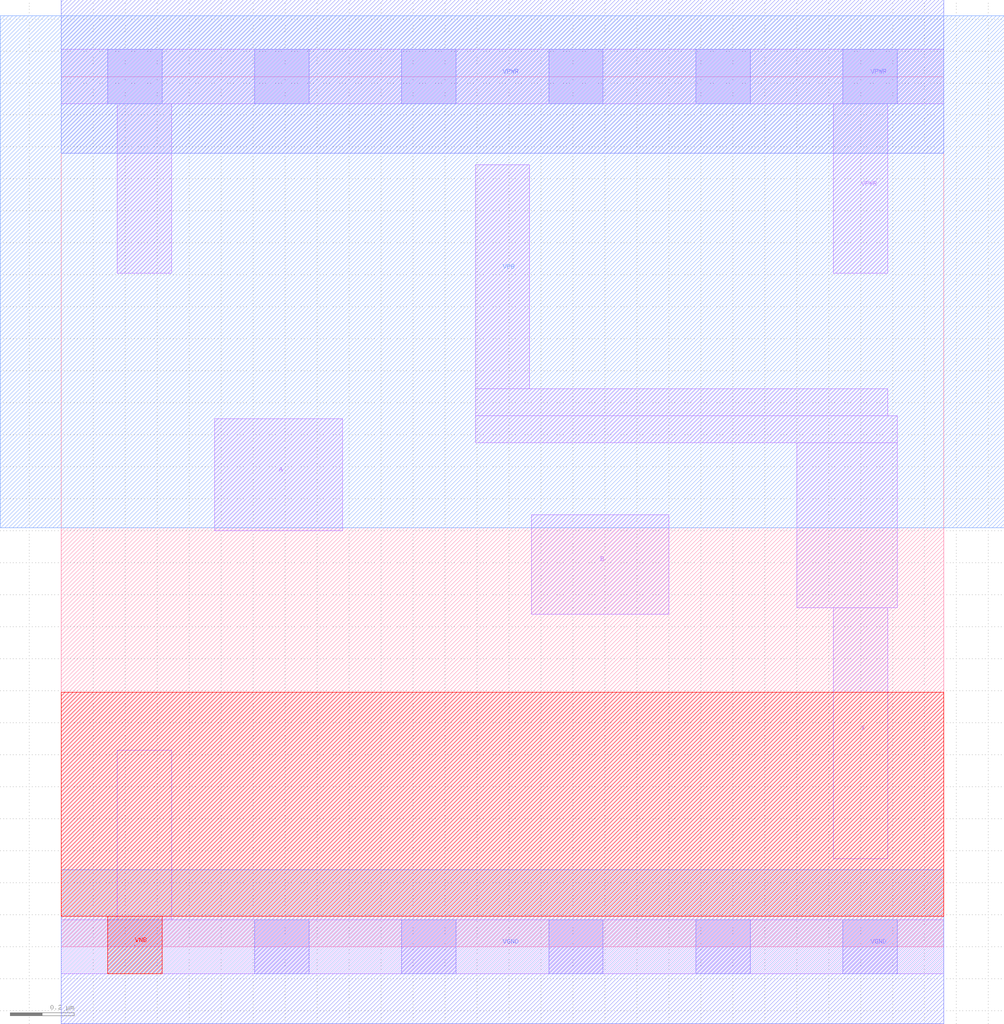
<source format=lef>
VERSION 5.7 ;
  NOWIREEXTENSIONATPIN ON ;
  DIVIDERCHAR "/" ;
  BUSBITCHARS "[]" ;
MACRO NAND
  CLASS CORE ;
  FOREIGN NAND ;
  ORIGIN 0.000 0.000 ;
  SIZE 2.760 BY 2.720 ;
  SITE unithd ;
  PIN VPB
    DIRECTION INOUT ;
    USE POWER ;
    PORT
      LAYER nwell ;
        RECT -0.190 1.310 2.950 2.910 ;
    END
  END VPB
  PIN VPWR
    USE POWER ;
    PORT
      LAYER li1 ;
        RECT 0.000 2.635 2.760 2.805 ;
        RECT 0.175 2.105 0.345 2.635 ;
        RECT 2.415 2.105 2.585 2.635 ;
      LAYER mcon ;
        RECT 0.145 2.635 0.315 2.805 ;
        RECT 0.605 2.635 0.775 2.805 ;
        RECT 1.065 2.635 1.235 2.805 ;
        RECT 1.525 2.635 1.695 2.805 ;
        RECT 1.985 2.635 2.155 2.805 ;
        RECT 2.445 2.635 2.615 2.805 ;
      LAYER met1 ;
        RECT 0.000 2.480 2.760 2.960 ;
    END
  END VPWR
  PIN VNB
    DIRECTION INOUT ;
    USE GROUND ;
    PORT
      LAYER pwell ;
        RECT 0.000 0.095 2.760 0.795 ;
        RECT 0.145 -0.085 0.315 0.095 ;
    END
  END VNB
  PIN VGND
    USE GROUND ;
    PORT
      LAYER li1 ;
        RECT 0.175 0.085 0.345 0.615 ;
        RECT 0.000 -0.085 2.760 0.085 ;
      LAYER mcon ;
        RECT 0.145 -0.085 0.315 0.085 ;
        RECT 0.605 -0.085 0.775 0.085 ;
        RECT 1.065 -0.085 1.235 0.085 ;
        RECT 1.525 -0.085 1.695 0.085 ;
        RECT 1.985 -0.085 2.155 0.085 ;
        RECT 2.445 -0.085 2.615 0.085 ;
      LAYER met1 ;
        RECT 0.000 -0.240 2.760 0.240 ;
    END
  END VGND
  PIN A
    DIRECTION INPUT ;
    USE SIGNAL ;
    ANTENNAGATEAREA 0.126000 ;
    PORT
      LAYER li1 ;
        RECT 0.480 1.300 0.880 1.650 ;
    END
  END A
  PIN B
    DIRECTION OUTPUT ;
    USE SIGNAL ;
    ANTENNAGATEAREA 0.126000 ;
    PORT
      LAYER li1 ;
        RECT 1.470 1.040 1.900 1.350 ;
    END
  END B
  PIN X
    DIRECTION INPUT ;
    USE SIGNAL ;
    ANTENNADIFFAREA 0.663600 ;
    PORT
      LAYER li1 ;
        RECT 1.295 1.745 1.465 2.445 ;
        RECT 1.295 1.660 2.585 1.745 ;
        RECT 1.295 1.575 2.615 1.660 ;
        RECT 2.300 1.060 2.615 1.575 ;
        RECT 2.415 0.275 2.585 1.060 ;
    END
  END X
END NAND
END LIBRARY


</source>
